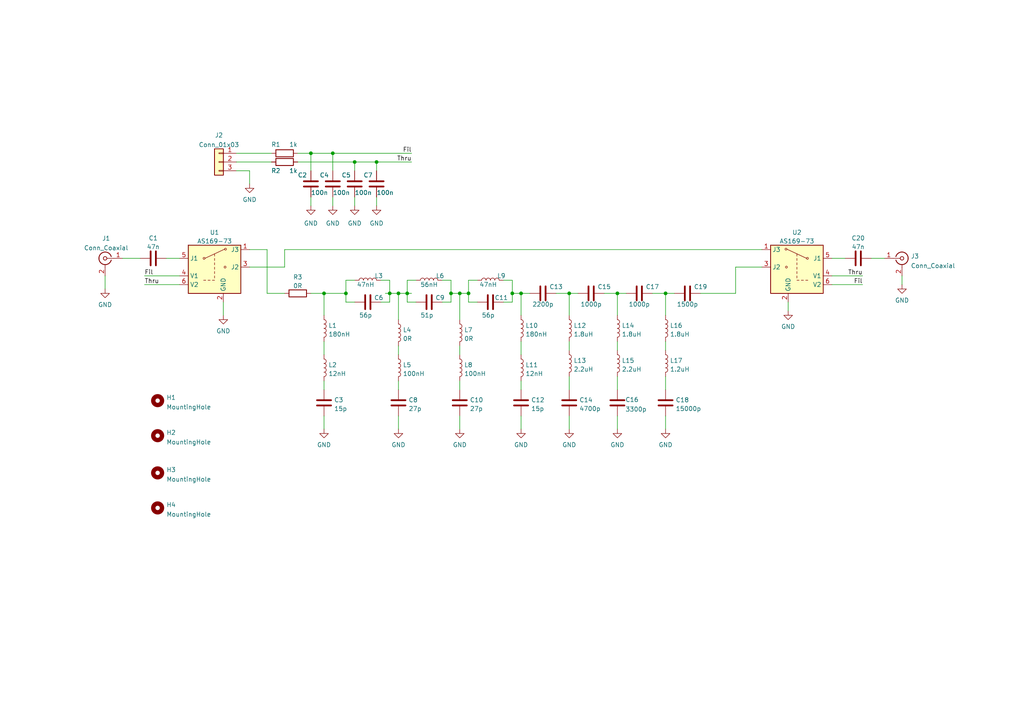
<source format=kicad_sch>
(kicad_sch (version 20211123) (generator eeschema)
  (paper "A4")
  (lib_symbols
    (symbol "Connector:Conn_Coaxial" (pin_names (offset 1.016) hide)
      (property "Reference" "J" (at 0.254 3.048 0))
      (property "Value" "Conn_Coaxial" (at 2.921 0 90))
      (symbol "Conn_Coaxial_0_1"
        (arc (start -1.778 -0.508) (mid 0.222 -1.808) (end 1.778 0) (stroke (width 0.254)))
        (polyline (pts (xy -2.54 0) (xy -0.508 0)))
        (polyline (pts (xy 0 -2.54) (xy 0 -1.778)))
        (circle (center 0 0) (radius 0.508) (stroke (width 0.2032)))
        (arc (start 1.778 0) (mid 0.222 1.8083) (end -1.778 0.508) (stroke (width 0.254)))
      )
      (symbol "Conn_Coaxial_1_1"
        (pin passive line (at -5.08 0 0) (length 2.54) (name "In") (number "1"))
        (pin passive line (at 0 -5.08 90) (length 2.54) (name "Ext") (number "2"))
      )
    )
    (symbol "Connector_Generic:Conn_01x03" (pin_names (offset 1.016) hide)
      (property "Reference" "J" (at 0 5.08 0))
      (property "Value" "Conn_01x03" (at 0 -5.08 0))
      (symbol "Conn_01x03_1_1"
        (rectangle (start -1.27 -2.413) (end 0 -2.667) (stroke (width 0.1524)))
        (rectangle (start -1.27 0.127) (end 0 -0.127) (stroke (width 0.1524)))
        (rectangle (start -1.27 2.667) (end 0 2.413) (stroke (width 0.1524)))
        (rectangle (start -1.27 3.81) (end 1.27 -3.81) (stroke (width 0.254)) (fill (type background)))
        (pin passive line (at -5.08 2.54 0) (length 3.81) (name "Pin_1") (number "1"))
        (pin passive line (at -5.08 0 0) (length 3.81) (name "Pin_2") (number "2"))
        (pin passive line (at -5.08 -2.54 0) (length 3.81) (name "Pin_3") (number "3"))
      )
    )
    (symbol "Device:C" (pin_numbers hide) (pin_names (offset 0.254))
      (property "Reference" "C" (at 0.635 2.54 0))
      (property "Value" "C" (at 0.635 -2.54 0))
      (symbol "C_0_1"
        (polyline (pts (xy -2.032 -0.762) (xy 2.032 -0.762)) (stroke (width 0.508)))
        (polyline (pts (xy -2.032 0.762) (xy 2.032 0.762)) (stroke (width 0.508)))
      )
      (symbol "C_1_1"
        (pin passive line (at 0 3.81 270) (length 2.794) (name "~") (number "1"))
        (pin passive line (at 0 -3.81 90) (length 2.794) (name "~") (number "2"))
      )
    )
    (symbol "Device:L" (pin_numbers hide) (pin_names (offset 1.016) hide)
      (property "Reference" "L" (at -1.27 0 90))
      (property "Value" "L" (at 1.905 0 90))
      (symbol "L_0_1"
        (arc (start 0 -2.54) (mid 0.635 -1.905) (end 0 -1.27))
        (arc (start 0 -1.27) (mid 0.635 -0.635) (end 0 0))
        (arc (start 0 0) (mid 0.635 0.635) (end 0 1.27))
        (arc (start 0 1.27) (mid 0.635 1.905) (end 0 2.54))
      )
      (symbol "L_1_1"
        (pin passive line (at 0 3.81 270) (length 1.27) (name "1") (number "1"))
        (pin passive line (at 0 -3.81 90) (length 1.27) (name "2") (number "2"))
      )
    )
    (symbol "Device:R" (pin_numbers hide) (pin_names (offset 0))
      (property "Reference" "R" (at 2.032 0 90))
      (property "Value" "R" (at 0 0 90))
      (symbol "R_0_1"
        (rectangle (start -1.016 -2.54) (end 1.016 2.54) (stroke (width 0.254)))
      )
      (symbol "R_1_1"
        (pin passive line (at 0 3.81 270) (length 1.27) (name "~") (number "1"))
        (pin passive line (at 0 -3.81 90) (length 1.27) (name "~") (number "2"))
      )
    )
    (symbol "Mechanical:MountingHole" (pin_names (offset 1.016))
      (property "Reference" "H" (at 0 5.08 0))
      (property "Value" "MountingHole" (at 0 3.175 0))
      (symbol "MountingHole_0_1"
        (circle (center 0 0) (radius 1.27) (stroke (width 1.27)))
      )
    )
    (symbol "RF_Switch:AS179-92LF"
      (property "Reference" "U" (at -7.62 7.62 0))
      (property "Value" "AS179-92LF" (at 2.54 7.62 0))
      (symbol "AS179-92LF_1_1"
        (circle (center -3.048 2.54) (radius 0.2794))
        (polyline (pts (xy -3.175 -3.81) (xy -2.54 -3.81)))
        (polyline (pts (xy -2.794 2.54) (xy 2.921 5.207)))
        (polyline (pts (xy -1.905 -3.81) (xy -1.27 -3.81)))
        (polyline (pts (xy -0.635 -3.81) (xy 0 -3.81)))
        (polyline (pts (xy 0 -3.175) (xy 0 -2.54)))
        (polyline (pts (xy 0 -1.905) (xy 0 -1.27)))
        (polyline (pts (xy 0 -0.635) (xy 0 0)))
        (polyline (pts (xy 0 0.635) (xy 0 1.27)))
        (polyline (pts (xy 0 1.905) (xy 0 2.54)))
        (polyline (pts (xy 0 3.175) (xy 0 3.81)))
        (circle (center 3.048 0) (radius 0.2794))
        (circle (center 3.175 5.207) (radius 0.2794))
        (rectangle (start 7.62 -7.62) (end -7.62 6.35) (stroke (width 0.254)) (fill (type background)))
        (pin passive line (at 10.16 5.08 180) (length 2.54) (name "J3") (number "1"))
        (pin power_in line (at 2.54 -10.16 90) (length 2.54) (name "GND") (number "2"))
        (pin passive line (at 10.16 0 180) (length 2.54) (name "J2") (number "3"))
        (pin input line (at -10.16 -2.54 0) (length 2.54) (name "V1") (number "4"))
        (pin passive line (at -10.16 2.54 0) (length 2.54) (name "J1") (number "5"))
        (pin input line (at -10.16 -5.08 0) (length 2.54) (name "V2") (number "6"))
      )
    )
    (symbol "power:GND" (power) (pin_names (offset 0))
      (property "Value" "GND" (at 0 -3.81 0))
      (symbol "GND_0_1"
        (polyline (pts (xy 0 0) (xy 0 -1.27) (xy 1.27 -1.27) (xy 0 -2.54) (xy -1.27 -1.27) (xy 0 -1.27)))
      )
      (symbol "GND_1_1"
        (pin power_in line (at 0 0 270) (length 0) hide (name "GND") (number "1"))
      )
    )
  )
  (junction (at 148.59 85.09))
  (junction (at 151.13 85.09))
  (junction (at 96.52 44.45))
  (junction (at 113.03 85.09))
  (junction (at 193.04 85.09))
  (junction (at 133.35 85.09))
  (junction (at 90.17 44.45))
  (junction (at 102.87 46.99))
  (junction (at 130.81 85.09))
  (junction (at 118.11 85.09))
  (junction (at 109.22 46.99))
  (junction (at 165.1 85.09))
  (junction (at 93.98 85.09))
  (junction (at 100.33 85.09))
  (junction (at 179.07 85.09))
  (junction (at 115.57 85.09))
  (junction (at 135.89 85.09))
  (wire (pts (xy 151.13 120.65) (xy 151.13 124.46)))
  (wire (pts (xy 189.23 85.09) (xy 193.04 85.09)))
  (wire (pts (xy 115.57 120.65) (xy 115.57 124.46)))
  (wire (pts (xy 165.1 99.06) (xy 165.1 101.6)))
  (wire (pts (xy 90.17 57.15) (xy 90.17 59.69)))
  (wire (pts (xy 72.39 72.39) (xy 77.47 72.39)))
  (wire (pts (xy 135.89 85.09) (xy 135.89 87.63)))
  (wire (pts (xy 93.98 85.09) (xy 93.98 91.44)))
  (wire (pts (xy 68.58 49.53) (xy 72.39 49.53)))
  (wire (pts (xy 109.22 46.99) (xy 109.22 49.53)))
  (wire (pts (xy 113.03 85.09) (xy 115.57 85.09)))
  (wire (pts (xy 203.2 85.09) (xy 213.36 85.09)))
  (wire (pts (xy 115.57 110.49) (xy 115.57 113.03)))
  (wire (pts (xy 90.17 44.45) (xy 90.17 49.53)))
  (wire (pts (xy 102.87 81.28) (xy 100.33 81.28)))
  (wire (pts (xy 77.47 72.39) (xy 77.47 85.09)))
  (wire (pts (xy 193.04 85.09) (xy 195.58 85.09)))
  (wire (pts (xy 109.22 46.99) (xy 119.38 46.99)))
  (wire (pts (xy 115.57 100.33) (xy 115.57 102.87)))
  (wire (pts (xy 90.17 85.09) (xy 93.98 85.09)))
  (wire (pts (xy 82.55 72.39) (xy 220.98 72.39)))
  (wire (pts (xy 165.1 120.65) (xy 165.1 124.46)))
  (wire (pts (xy 252.73 74.93) (xy 256.54 74.93)))
  (wire (pts (xy 179.07 120.65) (xy 179.07 124.46)))
  (wire (pts (xy 113.03 85.09) (xy 113.03 87.63)))
  (wire (pts (xy 111.76 85.09) (xy 113.03 85.09)))
  (wire (pts (xy 151.13 99.06) (xy 151.13 102.87)))
  (wire (pts (xy 130.81 85.09) (xy 133.35 85.09)))
  (wire (pts (xy 90.17 44.45) (xy 96.52 44.45)))
  (wire (pts (xy 151.13 85.09) (xy 153.67 85.09)))
  (wire (pts (xy 93.98 120.65) (xy 93.98 124.46)))
  (wire (pts (xy 102.87 46.99) (xy 102.87 49.53)))
  (wire (pts (xy 228.6 87.63) (xy 228.6 90.17)))
  (wire (pts (xy 100.33 81.28) (xy 100.33 85.09)))
  (wire (pts (xy 86.36 44.45) (xy 90.17 44.45)))
  (wire (pts (xy 179.07 109.22) (xy 179.07 113.03)))
  (wire (pts (xy 35.56 74.93) (xy 40.64 74.93)))
  (wire (pts (xy 148.59 87.63) (xy 146.05 87.63)))
  (wire (pts (xy 165.1 109.22) (xy 165.1 113.03)))
  (wire (pts (xy 146.05 81.28) (xy 148.59 81.28)))
  (wire (pts (xy 93.98 99.06) (xy 93.98 102.87)))
  (wire (pts (xy 120.65 81.28) (xy 118.11 81.28)))
  (wire (pts (xy 41.91 82.55) (xy 52.07 82.55)))
  (wire (pts (xy 161.29 85.09) (xy 165.1 85.09)))
  (wire (pts (xy 102.87 57.15) (xy 102.87 59.69)))
  (wire (pts (xy 110.49 81.28) (xy 113.03 81.28)))
  (wire (pts (xy 96.52 57.15) (xy 96.52 59.69)))
  (wire (pts (xy 148.59 85.09) (xy 148.59 87.63)))
  (wire (pts (xy 30.48 80.01) (xy 30.48 83.82)))
  (wire (pts (xy 113.03 81.28) (xy 113.03 85.09)))
  (wire (pts (xy 41.91 80.01) (xy 52.07 80.01)))
  (wire (pts (xy 102.87 46.99) (xy 109.22 46.99)))
  (wire (pts (xy 193.04 109.22) (xy 193.04 113.03)))
  (wire (pts (xy 130.81 81.28) (xy 130.81 85.09)))
  (wire (pts (xy 213.36 77.47) (xy 220.98 77.47)))
  (wire (pts (xy 118.11 85.09) (xy 118.11 87.63)))
  (wire (pts (xy 135.89 81.28) (xy 135.89 85.09)))
  (wire (pts (xy 100.33 87.63) (xy 102.87 87.63)))
  (wire (pts (xy 64.77 87.63) (xy 64.77 91.44)))
  (wire (pts (xy 133.35 120.65) (xy 133.35 124.46)))
  (wire (pts (xy 133.35 100.33) (xy 133.35 102.87)))
  (wire (pts (xy 115.57 85.09) (xy 118.11 85.09)))
  (wire (pts (xy 261.62 80.01) (xy 261.62 82.55)))
  (wire (pts (xy 93.98 85.09) (xy 100.33 85.09)))
  (wire (pts (xy 100.33 85.09) (xy 100.33 87.63)))
  (wire (pts (xy 128.27 81.28) (xy 130.81 81.28)))
  (wire (pts (xy 133.35 85.09) (xy 135.89 85.09)))
  (wire (pts (xy 135.89 87.63) (xy 138.43 87.63)))
  (wire (pts (xy 93.98 110.49) (xy 93.98 113.03)))
  (wire (pts (xy 165.1 85.09) (xy 165.1 91.44)))
  (wire (pts (xy 193.04 120.65) (xy 193.04 124.46)))
  (wire (pts (xy 175.26 85.09) (xy 179.07 85.09)))
  (wire (pts (xy 241.3 74.93) (xy 245.11 74.93)))
  (wire (pts (xy 130.81 87.63) (xy 128.27 87.63)))
  (wire (pts (xy 179.07 99.06) (xy 179.07 101.6)))
  (wire (pts (xy 130.81 85.09) (xy 130.81 87.63)))
  (wire (pts (xy 113.03 87.63) (xy 110.49 87.63)))
  (wire (pts (xy 213.36 85.09) (xy 213.36 77.47)))
  (wire (pts (xy 118.11 81.28) (xy 118.11 85.09)))
  (wire (pts (xy 115.57 85.09) (xy 115.57 92.71)))
  (wire (pts (xy 133.35 85.09) (xy 133.35 92.71)))
  (wire (pts (xy 96.52 44.45) (xy 119.38 44.45)))
  (wire (pts (xy 165.1 85.09) (xy 167.64 85.09)))
  (wire (pts (xy 82.55 77.47) (xy 82.55 72.39)))
  (wire (pts (xy 86.36 46.99) (xy 102.87 46.99)))
  (wire (pts (xy 72.39 49.53) (xy 72.39 53.34)))
  (wire (pts (xy 68.58 44.45) (xy 78.74 44.45)))
  (wire (pts (xy 118.11 85.09) (xy 119.38 85.09)))
  (wire (pts (xy 151.13 110.49) (xy 151.13 113.03)))
  (wire (pts (xy 179.07 85.09) (xy 179.07 91.44)))
  (wire (pts (xy 72.39 77.47) (xy 82.55 77.47)))
  (wire (pts (xy 148.59 85.09) (xy 151.13 85.09)))
  (wire (pts (xy 96.52 44.45) (xy 96.52 49.53)))
  (wire (pts (xy 118.11 87.63) (xy 120.65 87.63)))
  (wire (pts (xy 151.13 85.09) (xy 151.13 91.44)))
  (wire (pts (xy 133.35 110.49) (xy 133.35 113.03)))
  (wire (pts (xy 148.59 81.28) (xy 148.59 85.09)))
  (wire (pts (xy 48.26 74.93) (xy 52.07 74.93)))
  (wire (pts (xy 241.3 80.01) (xy 250.19 80.01)))
  (wire (pts (xy 193.04 99.06) (xy 193.04 101.6)))
  (wire (pts (xy 241.3 82.55) (xy 250.19 82.55)))
  (wire (pts (xy 77.47 85.09) (xy 82.55 85.09)))
  (wire (pts (xy 179.07 85.09) (xy 181.61 85.09)))
  (wire (pts (xy 193.04 85.09) (xy 193.04 91.44)))
  (wire (pts (xy 109.22 57.15) (xy 109.22 59.69)))
  (wire (pts (xy 138.43 81.28) (xy 135.89 81.28)))
  (wire (pts (xy 68.58 46.99) (xy 78.74 46.99)))
  (label "Thru" (at 119.38 46.99 180))
  (label "Fil" (at 119.38 44.45 180))
  (label "Thru" (at 41.91 82.55 0))
  (label "Fil" (at 41.91 80.01 0))
  (label "Thru" (at 250.19 80.01 180))
  (label "Fil" (at 250.19 82.55 180))
  (symbol (lib_id "Connector_Generic:Conn_01x03") (at 63.5 46.99 0) (mirror y) (unit 1)
    (property "Reference" "J2" (at 63.5 39.2135 0))
    (property "Value" "Conn_01x03" (at 63.5 41.9886 0))
    (property "Footprint" "Connector_JST:JST_PH_B3B-PH-K_1x03_P2.00mm_Vertical" (effects hide))
  )
  (symbol (lib_id "Device:C") (at 157.48 85.09 270) (unit 1)
    (property "Reference" "C13" (at 161.29 83.185 90))
    (property "Value" "2200p" (at 157.48 88.265 90))
    (property "Footprint" "Capacitor_SMD:C_0603_1608Metric" (effects hide))
  )
  (symbol (lib_id "Device:L") (at 93.98 95.25 0) (unit 1)
    (property "Reference" "L1" (at 95.25 94.4153 0) (effects (justify left)))
    (property "Value" "180nH" (at 95.25 96.9522 0) (effects (justify left)))
    (property "Footprint" "Inductor_SMD:L_0603_1608Metric" (effects hide))
  )
  (symbol (lib_id "Device:L") (at 165.1 105.41 0) (unit 1)
    (property "Reference" "L13" (at 166.37 104.5753 0) (effects (justify left)))
    (property "Value" "2.2uH" (at 166.37 107.1122 0) (effects (justify left)))
    (property "Footprint" "Inductor_SMD:L_0603_1608Metric" (effects hide))
  )
  (symbol (lib_id "Device:C") (at 142.24 87.63 270) (unit 1)
    (property "Reference" "C11" (at 145.415 86.36 90))
    (property "Value" "56p" (at 141.605 91.44 90))
    (property "Footprint" "Capacitor_SMD:C_0603_1608Metric" (effects hide))
  )
  (symbol (lib_id "power:GND") (at 102.87 59.69 0) (unit 1)
    (property "Reference" "#PWR07" (effects hide))
    (property "Value" "GND" (at 102.87 64.77 0))
  )
  (symbol (lib_id "power:GND") (at 261.62 82.55 0) (unit 1)
    (property "Reference" "#PWR016" (effects hide))
    (property "Value" "GND" (at 261.62 87.1125 0))
  )
  (symbol (lib_id "power:GND") (at 115.57 124.46 0) (unit 1)
    (property "Reference" "#PWR09" (effects hide))
    (property "Value" "GND" (at 115.57 129.0225 0))
  )
  (symbol (lib_id "Mechanical:MountingHole") (at 45.72 126.365 0) (unit 1)
    (property "Reference" "H2" (at 48.26 125.4565 0) (effects (justify left)))
    (property "Value" "MountingHole" (at 48.26 128.2316 0) (effects (justify left)))
    (property "Footprint" "MountingHole:MountingHole_2.2mm_M2_DIN965" (effects hide))
  )
  (symbol (lib_id "Device:C") (at 171.45 85.09 270) (unit 1)
    (property "Reference" "C15" (at 175.26 83.185 90))
    (property "Value" "1000p" (at 171.45 88.265 90))
    (property "Footprint" "Capacitor_SMD:C_0603_1608Metric" (effects hide))
  )
  (symbol (lib_id "Device:L") (at 133.35 96.52 0) (unit 1)
    (property "Reference" "L7" (at 134.62 95.6853 0) (effects (justify left)))
    (property "Value" "0R" (at 134.62 98.2222 0) (effects (justify left)))
    (property "Footprint" "Inductor_SMD:L_0603_1608Metric" (effects hide))
  )
  (symbol (lib_id "power:GND") (at 151.13 124.46 0) (unit 1)
    (property "Reference" "#PWR011" (effects hide))
    (property "Value" "GND" (at 151.13 129.0225 0))
  )
  (symbol (lib_id "Device:L") (at 142.24 81.28 90) (unit 1)
    (property "Reference" "L9" (at 145.415 80.01 90))
    (property "Value" "47nH" (at 141.605 82.55 90))
    (property "Footprint" "Inductor_SMD:L_0603_1608Metric" (effects hide))
  )
  (symbol (lib_id "Device:C") (at 115.57 116.84 180) (unit 1)
    (property "Reference" "C8" (at 118.491 116.0053 0) (effects (justify right)))
    (property "Value" "27p" (at 118.491 118.5422 0) (effects (justify right)))
    (property "Footprint" "Capacitor_SMD:C_0603_1608Metric" (effects hide))
  )
  (symbol (lib_id "power:GND") (at 179.07 124.46 0) (unit 1)
    (property "Reference" "#PWR013" (effects hide))
    (property "Value" "GND" (at 179.07 129.0225 0))
  )
  (symbol (lib_id "Device:L") (at 165.1 95.25 0) (unit 1)
    (property "Reference" "L12" (at 166.37 94.4153 0) (effects (justify left)))
    (property "Value" "1.8uH" (at 166.37 96.9522 0) (effects (justify left)))
    (property "Footprint" "Inductor_SMD:L_0603_1608Metric" (effects hide))
  )
  (symbol (lib_id "Mechanical:MountingHole") (at 45.72 137.16 0) (unit 1)
    (property "Reference" "H3" (at 48.26 136.2515 0) (effects (justify left)))
    (property "Value" "MountingHole" (at 48.26 139.0266 0) (effects (justify left)))
    (property "Footprint" "MountingHole:MountingHole_2.2mm_M2_DIN965" (effects hide))
  )
  (symbol (lib_id "power:GND") (at 228.6 90.17 0) (unit 1)
    (property "Reference" "#PWR015" (effects hide))
    (property "Value" "GND" (at 228.6 94.7325 0))
  )
  (symbol (lib_id "power:GND") (at 193.04 124.46 0) (unit 1)
    (property "Reference" "#PWR014" (effects hide))
    (property "Value" "GND" (at 193.04 129.0225 0))
  )
  (symbol (lib_id "Device:C") (at 90.17 53.34 0) (unit 1)
    (property "Reference" "C2" (at 86.36 50.8 0) (effects (justify left)))
    (property "Value" "100n" (at 90.17 55.88 0) (effects (justify left)))
    (property "Footprint" "Capacitor_SMD:C_0603_1608Metric" (effects hide))
  )
  (symbol (lib_id "Mechanical:MountingHole") (at 45.72 116.205 0) (unit 1)
    (property "Reference" "H1" (at 48.26 115.2965 0) (effects (justify left)))
    (property "Value" "MountingHole" (at 48.26 118.0716 0) (effects (justify left)))
    (property "Footprint" "MountingHole:MountingHole_2.2mm_M2_DIN965" (effects hide))
  )
  (symbol (lib_id "power:GND") (at 165.1 124.46 0) (unit 1)
    (property "Reference" "#PWR012" (effects hide))
    (property "Value" "GND" (at 165.1 129.0225 0))
  )
  (symbol (lib_id "Device:L") (at 193.04 105.41 0) (unit 1)
    (property "Reference" "L17" (at 194.31 104.5753 0) (effects (justify left)))
    (property "Value" "1.2uH" (at 194.31 107.1122 0) (effects (justify left)))
    (property "Footprint" "Inductor_SMD:L_0603_1608Metric" (effects hide))
  )
  (symbol (lib_id "Device:C") (at 179.07 116.84 180) (unit 1)
    (property "Reference" "C16" (at 181.356 115.9315 0) (effects (justify right)))
    (property "Value" "3300p" (at 181.356 118.7066 0) (effects (justify right)))
    (property "Footprint" "Capacitor_SMD:C_0603_1608Metric" (effects hide))
  )
  (symbol (lib_id "Connector:Conn_Coaxial") (at 30.48 74.93 0) (mirror y) (unit 1)
    (property "Reference" "J1" (at 30.7974 69.1369 0))
    (property "Value" "Conn_Coaxial" (at 30.7974 71.912 0))
    (property "Footprint" "Connector_Coaxial:SMA_Samtec_SMA-J-P-X-ST-EM1_EdgeMount" (effects hide))
    (property "Datasheet" " ~" (effects hide))
  )
  (symbol (lib_id "Device:C") (at 248.92 74.93 270) (unit 1)
    (property "Reference" "C20" (at 248.92 69.0712 90))
    (property "Value" "47n" (at 248.92 71.6081 90))
    (property "Footprint" "Capacitor_SMD:C_0603_1608Metric" (effects hide))
  )
  (symbol (lib_id "Device:C") (at 165.1 116.84 180) (unit 1)
    (property "Reference" "C14" (at 168.021 116.0053 0) (effects (justify right)))
    (property "Value" "4700p" (at 168.021 118.5422 0) (effects (justify right)))
    (property "Footprint" "Capacitor_SMD:C_0603_1608Metric" (effects hide))
  )
  (symbol (lib_id "Device:C") (at 44.45 74.93 270) (unit 1)
    (property "Reference" "C1" (at 44.45 69.0712 90))
    (property "Value" "47n" (at 44.45 71.6081 90))
    (property "Footprint" "Capacitor_SMD:C_0603_1608Metric" (effects hide))
  )
  (symbol (lib_id "Device:C") (at 124.46 87.63 270) (unit 1)
    (property "Reference" "C9" (at 127.635 86.36 90))
    (property "Value" "51p" (at 123.825 91.44 90))
    (property "Footprint" "Capacitor_SMD:C_0603_1608Metric" (effects hide))
  )
  (symbol (lib_id "Device:L") (at 193.04 95.25 0) (unit 1)
    (property "Reference" "L16" (at 194.31 94.4153 0) (effects (justify left)))
    (property "Value" "1.8uH" (at 194.31 96.9522 0) (effects (justify left)))
    (property "Footprint" "Inductor_SMD:L_0603_1608Metric" (effects hide))
  )
  (symbol (lib_id "Device:L") (at 106.68 81.28 90) (unit 1)
    (property "Reference" "L3" (at 109.855 80.01 90))
    (property "Value" "47nH" (at 106.045 82.55 90))
    (property "Footprint" "Inductor_SMD:L_0603_1608Metric" (effects hide))
  )
  (symbol (lib_id "Device:L") (at 179.07 95.25 0) (unit 1)
    (property "Reference" "L14" (at 180.34 94.4153 0) (effects (justify left)))
    (property "Value" "1.8uH" (at 180.34 96.9522 0) (effects (justify left)))
    (property "Footprint" "Inductor_SMD:L_0603_1608Metric" (effects hide))
  )
  (symbol (lib_id "Device:L") (at 115.57 96.52 0) (unit 1)
    (property "Reference" "L4" (at 116.84 95.6853 0) (effects (justify left)))
    (property "Value" "0R" (at 116.84 98.2222 0) (effects (justify left)))
    (property "Footprint" "Inductor_SMD:L_0603_1608Metric" (effects hide))
  )
  (symbol (lib_id "Device:R") (at 82.55 44.45 270) (unit 1)
    (property "Reference" "R1" (at 80.01 41.91 90))
    (property "Value" "1k" (at 85.09 41.91 90))
    (property "Footprint" "Resistor_SMD:R_0603_1608Metric" (effects hide))
  )
  (symbol (lib_id "Device:C") (at 96.52 53.34 0) (unit 1)
    (property "Reference" "C4" (at 92.71 50.8 0) (effects (justify left)))
    (property "Value" "100n" (at 96.52 55.88 0) (effects (justify left)))
    (property "Footprint" "Capacitor_SMD:C_0603_1608Metric" (effects hide))
  )
  (symbol (lib_id "Device:C") (at 133.35 116.84 180) (unit 1)
    (property "Reference" "C10" (at 136.271 116.0053 0) (effects (justify right)))
    (property "Value" "27p" (at 136.271 118.5422 0) (effects (justify right)))
    (property "Footprint" "Capacitor_SMD:C_0603_1608Metric" (effects hide))
  )
  (symbol (lib_id "power:GND") (at 93.98 124.46 0) (unit 1)
    (property "Reference" "#PWR05" (effects hide))
    (property "Value" "GND" (at 93.98 129.0225 0))
  )
  (symbol (lib_id "Device:R") (at 82.55 46.99 270) (unit 1)
    (property "Reference" "R2" (at 80.01 49.53 90))
    (property "Value" "1k" (at 85.09 49.53 90))
    (property "Footprint" "Resistor_SMD:R_0603_1608Metric" (effects hide))
  )
  (symbol (lib_id "Device:L") (at 124.46 81.28 90) (unit 1)
    (property "Reference" "L6" (at 127.635 80.01 90))
    (property "Value" "56nH" (at 124.46 82.55 90))
    (property "Footprint" "Inductor_SMD:L_0603_1608Metric" (effects hide))
  )
  (symbol (lib_id "Device:C") (at 93.98 116.84 180) (unit 1)
    (property "Reference" "C3" (at 96.901 116.0053 0) (effects (justify right)))
    (property "Value" "15p" (at 96.901 118.5422 0) (effects (justify right)))
    (property "Footprint" "Capacitor_SMD:C_0603_1608Metric" (effects hide))
  )
  (symbol (lib_id "Device:C") (at 106.68 87.63 270) (unit 1)
    (property "Reference" "C6" (at 109.855 86.36 90))
    (property "Value" "56p" (at 106.045 91.44 90))
    (property "Footprint" "Capacitor_SMD:C_0603_1608Metric" (effects hide))
  )
  (symbol (lib_id "Device:C") (at 199.39 85.09 270) (unit 1)
    (property "Reference" "C19" (at 203.2 83.185 90))
    (property "Value" "1500p" (at 199.39 88.265 90))
    (property "Footprint" "Capacitor_SMD:C_0603_1608Metric" (effects hide))
  )
  (symbol (lib_id "Device:R") (at 86.36 85.09 270) (unit 1)
    (property "Reference" "R3" (at 86.36 80.3742 90))
    (property "Value" "0R" (at 86.36 82.9111 90))
    (property "Footprint" "Resistor_SMD:R_0603_1608Metric" (effects hide))
  )
  (symbol (lib_id "power:GND") (at 133.35 124.46 0) (unit 1)
    (property "Reference" "#PWR010" (effects hide))
    (property "Value" "GND" (at 133.35 129.0225 0))
  )
  (symbol (lib_id "power:GND") (at 72.39 53.34 0) (unit 1)
    (property "Reference" "#PWR03" (effects hide))
    (property "Value" "GND" (at 72.39 57.9025 0))
  )
  (symbol (lib_id "Device:C") (at 193.04 116.84 180) (unit 1)
    (property "Reference" "C18" (at 195.961 116.0053 0) (effects (justify right)))
    (property "Value" "15000p" (at 195.961 118.5422 0) (effects (justify right)))
    (property "Footprint" "Capacitor_SMD:C_0603_1608Metric" (effects hide))
  )
  (symbol (lib_id "power:GND") (at 90.17 59.69 0) (unit 1)
    (property "Reference" "#PWR04" (effects hide))
    (property "Value" "GND" (at 90.17 64.77 0))
  )
  (symbol (lib_id "Device:C") (at 185.42 85.09 270) (unit 1)
    (property "Reference" "C17" (at 189.23 83.185 90))
    (property "Value" "1000p" (at 185.42 88.265 90))
    (property "Footprint" "Capacitor_SMD:C_0603_1608Metric" (effects hide))
  )
  (symbol (lib_id "Mechanical:MountingHole") (at 45.72 147.32 0) (unit 1)
    (property "Reference" "H4" (at 48.26 146.4115 0) (effects (justify left)))
    (property "Value" "MountingHole" (at 48.26 149.1866 0) (effects (justify left)))
    (property "Footprint" "MountingHole:MountingHole_2.2mm_M2_DIN965" (effects hide))
  )
  (symbol (lib_id "power:GND") (at 30.48 83.82 0) (unit 1)
    (property "Reference" "#PWR01" (effects hide))
    (property "Value" "GND" (at 30.48 88.3825 0))
  )
  (symbol (lib_id "Device:L") (at 151.13 95.25 0) (unit 1)
    (property "Reference" "L10" (at 152.4 94.4153 0) (effects (justify left)))
    (property "Value" "180nH" (at 152.4 96.9522 0) (effects (justify left)))
    (property "Footprint" "Inductor_SMD:L_0603_1608Metric" (effects hide))
  )
  (symbol (lib_id "Device:L") (at 133.35 106.68 0) (unit 1)
    (property "Reference" "L8" (at 134.62 105.8453 0) (effects (justify left)))
    (property "Value" "100nH" (at 134.62 108.3822 0) (effects (justify left)))
    (property "Footprint" "Inductor_SMD:L_0603_1608Metric" (effects hide))
  )
  (symbol (lib_id "power:GND") (at 96.52 59.69 0) (unit 1)
    (property "Reference" "#PWR06" (effects hide))
    (property "Value" "GND" (at 96.52 64.77 0))
  )
  (symbol (lib_id "Device:C") (at 151.13 116.84 180) (unit 1)
    (property "Reference" "C12" (at 154.051 116.0053 0) (effects (justify right)))
    (property "Value" "15p" (at 154.051 118.5422 0) (effects (justify right)))
    (property "Footprint" "Capacitor_SMD:C_0603_1608Metric" (effects hide))
  )
  (symbol (lib_id "power:GND") (at 109.22 59.69 0) (unit 1)
    (property "Reference" "#PWR08" (effects hide))
    (property "Value" "GND" (at 109.22 64.77 0))
  )
  (symbol (lib_id "RF_Switch:AS179-92LF") (at 62.23 77.47 0) (unit 1)
    (property "Reference" "U1" (at 62.23 67.4202 0))
    (property "Value" "AS169-73" (at 62.23 69.9571 0))
    (property "Footprint" "Package_TO_SOT_SMD:SOT-363_SC-70-6" (effects hide))
    (property "Datasheet" "http://www.skyworksinc.com/uploads/documents/AS179_92LF_200176H.pdf" (effects hide))
  )
  (symbol (lib_id "Device:L") (at 93.98 106.68 0) (unit 1)
    (property "Reference" "L2" (at 95.25 105.8453 0) (effects (justify left)))
    (property "Value" "12nH" (at 95.25 108.3822 0) (effects (justify left)))
    (property "Footprint" "Inductor_SMD:L_0603_1608Metric" (effects hide))
  )
  (symbol (lib_id "Connector:Conn_Coaxial") (at 261.62 74.93 0) (unit 1)
    (property "Reference" "J3" (at 264.16 74.3147 0) (effects (justify left)))
    (property "Value" "Conn_Coaxial" (at 264.16 77.0898 0) (effects (justify left)))
    (property "Footprint" "Connector_Coaxial:SMA_Samtec_SMA-J-P-X-ST-EM1_EdgeMount" (effects hide))
    (property "Datasheet" " ~" (effects hide))
  )
  (symbol (lib_id "Device:C") (at 109.22 53.34 0) (unit 1)
    (property "Reference" "C7" (at 105.41 50.8 0) (effects (justify left)))
    (property "Value" "100n" (at 109.22 55.88 0) (effects (justify left)))
    (property "Footprint" "Capacitor_SMD:C_0603_1608Metric" (effects hide))
  )
  (symbol (lib_id "Device:L") (at 151.13 106.68 0) (unit 1)
    (property "Reference" "L11" (at 152.4 105.8453 0) (effects (justify left)))
    (property "Value" "12nH" (at 152.4 108.3822 0) (effects (justify left)))
    (property "Footprint" "Inductor_SMD:L_0603_1608Metric" (effects hide))
  )
  (symbol (lib_id "RF_Switch:AS179-92LF") (at 231.14 77.47 0) (mirror y) (unit 1)
    (property "Reference" "U2" (at 231.14 67.4202 0))
    (property "Value" "AS169-73" (at 231.14 69.9571 0))
    (property "Footprint" "Package_TO_SOT_SMD:SOT-363_SC-70-6" (effects hide))
    (property "Datasheet" "http://www.skyworksinc.com/uploads/documents/AS179_92LF_200176H.pdf" (effects hide))
  )
  (symbol (lib_id "Device:L") (at 179.07 105.41 0) (unit 1)
    (property "Reference" "L15" (at 180.34 104.5753 0) (effects (justify left)))
    (property "Value" "2.2uH" (at 180.34 107.1122 0) (effects (justify left)))
    (property "Footprint" "Inductor_SMD:L_0603_1608Metric" (effects hide))
  )
  (symbol (lib_id "Device:C") (at 102.87 53.34 0) (unit 1)
    (property "Reference" "C5" (at 99.06 50.8 0) (effects (justify left)))
    (property "Value" "100n" (at 102.87 55.88 0) (effects (justify left)))
    (property "Footprint" "Capacitor_SMD:C_0603_1608Metric" (effects hide))
  )
  (symbol (lib_id "Device:L") (at 115.57 106.68 0) (unit 1)
    (property "Reference" "L5" (at 116.84 105.8453 0) (effects (justify left)))
    (property "Value" "100nH" (at 116.84 108.3822 0) (effects (justify left)))
    (property "Footprint" "Inductor_SMD:L_0603_1608Metric" (effects hide))
  )
  (symbol (lib_id "power:GND") (at 64.77 91.44 0) (unit 1)
    (property "Reference" "#PWR02" (effects hide))
    (property "Value" "GND" (at 64.77 96.0025 0))
  )
)
</source>
